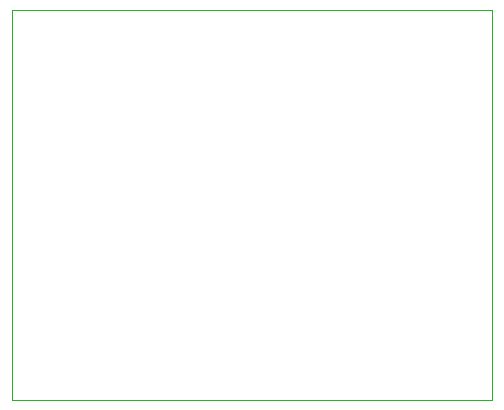
<source format=gbr>
%TF.GenerationSoftware,KiCad,Pcbnew,5.1.9-73d0e3b20d~88~ubuntu20.04.1*%
%TF.CreationDate,2021-04-17T15:00:08+02:00*%
%TF.ProjectId,e18sock,65313873-6f63-46b2-9e6b-696361645f70,rev?*%
%TF.SameCoordinates,Original*%
%TF.FileFunction,Profile,NP*%
%FSLAX46Y46*%
G04 Gerber Fmt 4.6, Leading zero omitted, Abs format (unit mm)*
G04 Created by KiCad (PCBNEW 5.1.9-73d0e3b20d~88~ubuntu20.04.1) date 2021-04-17 15:00:08*
%MOMM*%
%LPD*%
G01*
G04 APERTURE LIST*
%TA.AperFunction,Profile*%
%ADD10C,0.050000*%
%TD*%
G04 APERTURE END LIST*
D10*
X151130000Y-66040000D02*
X151130000Y-33020000D01*
X110490000Y-66040000D02*
X151130000Y-66040000D01*
X110490000Y-33020000D02*
X110490000Y-66040000D01*
X151130000Y-33020000D02*
X110490000Y-33020000D01*
M02*

</source>
